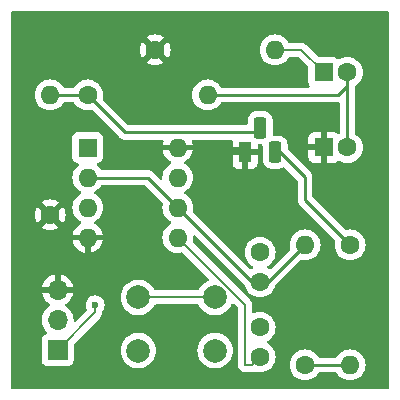
<source format=gbr>
%TF.GenerationSoftware,KiCad,Pcbnew,7.0.1-0*%
%TF.CreationDate,2023-04-05T17:24:46+02:00*%
%TF.ProjectId,_autosave-wind_down_timer,5f617574-6f73-4617-9665-2d77696e645f,rev?*%
%TF.SameCoordinates,Original*%
%TF.FileFunction,Copper,L1,Top*%
%TF.FilePolarity,Positive*%
%FSLAX46Y46*%
G04 Gerber Fmt 4.6, Leading zero omitted, Abs format (unit mm)*
G04 Created by KiCad (PCBNEW 7.0.1-0) date 2023-04-05 17:24:46*
%MOMM*%
%LPD*%
G01*
G04 APERTURE LIST*
G04 Aperture macros list*
%AMRoundRect*
0 Rectangle with rounded corners*
0 $1 Rounding radius*
0 $2 $3 $4 $5 $6 $7 $8 $9 X,Y pos of 4 corners*
0 Add a 4 corners polygon primitive as box body*
4,1,4,$2,$3,$4,$5,$6,$7,$8,$9,$2,$3,0*
0 Add four circle primitives for the rounded corners*
1,1,$1+$1,$2,$3*
1,1,$1+$1,$4,$5*
1,1,$1+$1,$6,$7*
1,1,$1+$1,$8,$9*
0 Add four rect primitives between the rounded corners*
20,1,$1+$1,$2,$3,$4,$5,0*
20,1,$1+$1,$4,$5,$6,$7,0*
20,1,$1+$1,$6,$7,$8,$9,0*
20,1,$1+$1,$8,$9,$2,$3,0*%
G04 Aperture macros list end*
%TA.AperFunction,ComponentPad*%
%ADD10C,1.600000*%
%TD*%
%TA.AperFunction,ComponentPad*%
%ADD11O,1.600000X1.600000*%
%TD*%
%TA.AperFunction,ComponentPad*%
%ADD12R,1.600000X1.600000*%
%TD*%
%TA.AperFunction,ComponentPad*%
%ADD13R,1.100000X1.800000*%
%TD*%
%TA.AperFunction,ComponentPad*%
%ADD14RoundRect,0.275000X-0.275000X-0.625000X0.275000X-0.625000X0.275000X0.625000X-0.275000X0.625000X0*%
%TD*%
%TA.AperFunction,ComponentPad*%
%ADD15C,2.000000*%
%TD*%
%TA.AperFunction,ComponentPad*%
%ADD16R,1.700000X1.700000*%
%TD*%
%TA.AperFunction,ComponentPad*%
%ADD17O,1.700000X1.700000*%
%TD*%
%TA.AperFunction,ViaPad*%
%ADD18C,0.600000*%
%TD*%
%TA.AperFunction,Conductor*%
%ADD19C,0.200000*%
%TD*%
%TA.AperFunction,Conductor*%
%ADD20C,0.250000*%
%TD*%
G04 APERTURE END LIST*
D10*
%TO.P,R5,1*%
%TO.N,VCC*%
X106680000Y-80010000D03*
D11*
%TO.P,R5,2*%
%TO.N,Net-(C4-Pad1)*%
X116840000Y-80010000D03*
%TD*%
D10*
%TO.P,R2,1*%
%TO.N,Net-(U1-DIS)*%
X119380000Y-106680000D03*
D11*
%TO.P,R2,2*%
%TO.N,Net-(U1-THR)*%
X119380000Y-96520000D03*
%TD*%
D12*
%TO.P,C4,1*%
%TO.N,Net-(C4-Pad1)*%
X120964888Y-81915000D03*
D10*
%TO.P,C4,2*%
%TO.N,Net-(C3-Pad2)*%
X122964888Y-81915000D03*
%TD*%
%TO.P,R3,1*%
%TO.N,VCC*%
X97790000Y-93980000D03*
D11*
%TO.P,R3,2*%
%TO.N,Net-(Q1-B)*%
X97790000Y-83820000D03*
%TD*%
D10*
%TO.P,C1,1*%
%TO.N,Net-(U1-CV)*%
X115570000Y-106005000D03*
%TO.P,C1,2*%
%TO.N,GND*%
X115570000Y-103505000D03*
%TD*%
D12*
%TO.P,C3,1*%
%TO.N,VCC*%
X120964888Y-88265000D03*
D10*
%TO.P,C3,2*%
%TO.N,Net-(C3-Pad2)*%
X122964888Y-88265000D03*
%TD*%
%TO.P,R4,1*%
%TO.N,Net-(Q1-B)*%
X100965000Y-83820000D03*
D11*
%TO.P,R4,2*%
%TO.N,Net-(C3-Pad2)*%
X111125000Y-83820000D03*
%TD*%
D10*
%TO.P,R1,1*%
%TO.N,Net-(Q1-C)*%
X123190000Y-96520000D03*
D11*
%TO.P,R1,2*%
%TO.N,Net-(U1-DIS)*%
X123190000Y-106680000D03*
%TD*%
D13*
%TO.P,Q1,1,E*%
%TO.N,VCC*%
X114300000Y-88665000D03*
D14*
%TO.P,Q1,2,B*%
%TO.N,Net-(Q1-B)*%
X115570000Y-86595000D03*
%TO.P,Q1,3,C*%
%TO.N,Net-(Q1-C)*%
X116840000Y-88665000D03*
%TD*%
D15*
%TO.P,SW1,1,1*%
%TO.N,Net-(C3-Pad2)*%
X105260000Y-100965000D03*
X111760000Y-100965000D03*
%TO.P,SW1,2,2*%
%TO.N,GND*%
X105260000Y-105465000D03*
X111760000Y-105465000D03*
%TD*%
D16*
%TO.P,J1,1,Pin_1*%
%TO.N,/Out*%
X98425000Y-105410000D03*
D17*
%TO.P,J1,2,Pin_2*%
%TO.N,GND*%
X98425000Y-102870000D03*
%TO.P,J1,3,Pin_3*%
%TO.N,VCC*%
X98425000Y-100330000D03*
%TD*%
D10*
%TO.P,C2,1*%
%TO.N,Net-(U1-THR)*%
X115570000Y-99655000D03*
%TO.P,C2,2*%
%TO.N,GND*%
X115570000Y-97155000D03*
%TD*%
D12*
%TO.P,U1,1,GND*%
%TO.N,GND*%
X100975000Y-88275000D03*
D11*
%TO.P,U1,2,TR*%
%TO.N,Net-(U1-THR)*%
X100975000Y-90815000D03*
%TO.P,U1,3,Q*%
%TO.N,/Out*%
X100975000Y-93355000D03*
%TO.P,U1,4,R*%
%TO.N,VCC*%
X100975000Y-95895000D03*
%TO.P,U1,5,CV*%
%TO.N,Net-(U1-CV)*%
X108595000Y-95895000D03*
%TO.P,U1,6,THR*%
%TO.N,Net-(U1-THR)*%
X108595000Y-93355000D03*
%TO.P,U1,7,DIS*%
%TO.N,Net-(U1-DIS)*%
X108595000Y-90815000D03*
%TO.P,U1,8,VCC*%
%TO.N,VCC*%
X108595000Y-88275000D03*
%TD*%
D18*
%TO.N,/Out*%
X101600000Y-101600000D03*
%TD*%
D19*
%TO.N,Net-(C3-Pad2)*%
X105260000Y-100965000D02*
X111760000Y-100965000D01*
%TO.N,Net-(U1-CV)*%
X114895000Y-106680000D02*
X114300000Y-106680000D01*
X115570000Y-106005000D02*
X114895000Y-106680000D01*
X114300000Y-101600000D02*
X108595000Y-95895000D01*
X114300000Y-106680000D02*
X114300000Y-101600000D01*
%TO.N,Net-(C4-Pad1)*%
X116840000Y-80010000D02*
X119059888Y-80010000D01*
X119059888Y-80010000D02*
X120964888Y-81915000D01*
%TO.N,/Out*%
X101600000Y-101600000D02*
X101600000Y-102235000D01*
X101600000Y-102235000D02*
X98425000Y-105410000D01*
D20*
%TO.N,Net-(Q1-C)*%
X119380000Y-92710000D02*
X119380000Y-90805000D01*
X119380000Y-90805000D02*
X116840000Y-88265000D01*
X123190000Y-96520000D02*
X119380000Y-92710000D01*
%TO.N,Net-(U1-DIS)*%
X119380000Y-106680000D02*
X123190000Y-106680000D01*
%TO.N,Net-(U1-THR)*%
X119380000Y-96520000D02*
X116245000Y-99655000D01*
X116245000Y-99655000D02*
X115570000Y-99655000D01*
X106055000Y-90815000D02*
X108595000Y-93355000D01*
X108595000Y-93355000D02*
X114895000Y-99655000D01*
X100975000Y-90815000D02*
X106055000Y-90815000D01*
X114895000Y-99655000D02*
X115570000Y-99655000D01*
%TO.N,VCC*%
X114290000Y-88275000D02*
X114300000Y-88265000D01*
X108595000Y-88275000D02*
X114290000Y-88275000D01*
%TO.N,Net-(Q1-B)*%
X100965000Y-83820000D02*
X104140000Y-86995000D01*
X97790000Y-83820000D02*
X100965000Y-83820000D01*
X104140000Y-86995000D02*
X115570000Y-86995000D01*
%TO.N,Net-(C3-Pad2)*%
X111125000Y-83820000D02*
X122191258Y-83820000D01*
X122191258Y-83820000D02*
X122964888Y-83046370D01*
X122964888Y-88265000D02*
X122964888Y-81915000D01*
X122964888Y-83046370D02*
X122964888Y-81915000D01*
%TD*%
%TA.AperFunction,Conductor*%
%TO.N,VCC*%
G36*
X126437500Y-76717113D02*
G01*
X126482887Y-76762500D01*
X126499500Y-76824500D01*
X126499500Y-108595500D01*
X126482887Y-108657500D01*
X126437500Y-108702887D01*
X126375500Y-108719500D01*
X94604500Y-108719500D01*
X94542500Y-108702887D01*
X94497113Y-108657500D01*
X94480500Y-108595500D01*
X94480500Y-102869999D01*
X97069340Y-102869999D01*
X97089936Y-103105407D01*
X97133967Y-103269731D01*
X97151097Y-103333663D01*
X97250965Y-103547830D01*
X97386505Y-103741401D01*
X97386508Y-103741404D01*
X97508430Y-103863326D01*
X97539726Y-103916072D01*
X97541915Y-103977365D01*
X97514462Y-104032209D01*
X97464083Y-104067189D01*
X97332669Y-104116204D01*
X97217454Y-104202454D01*
X97131204Y-104317668D01*
X97116436Y-104357262D01*
X97080909Y-104452517D01*
X97075262Y-104505046D01*
X97074500Y-104512130D01*
X97074500Y-106307869D01*
X97080909Y-106367483D01*
X97131204Y-106502331D01*
X97217454Y-106617546D01*
X97332669Y-106703796D01*
X97467517Y-106754091D01*
X97527127Y-106760500D01*
X99322872Y-106760499D01*
X99382483Y-106754091D01*
X99517331Y-106703796D01*
X99632546Y-106617546D01*
X99718796Y-106502331D01*
X99769091Y-106367483D01*
X99775500Y-106307873D01*
X99775499Y-105465000D01*
X103754356Y-105465000D01*
X103774891Y-105712816D01*
X103774891Y-105712819D01*
X103774892Y-105712821D01*
X103835937Y-105953881D01*
X103856879Y-106001623D01*
X103935825Y-106181604D01*
X103935827Y-106181607D01*
X104071836Y-106389785D01*
X104240256Y-106572738D01*
X104240259Y-106572740D01*
X104436485Y-106725470D01*
X104436487Y-106725471D01*
X104436491Y-106725474D01*
X104655190Y-106843828D01*
X104890386Y-106924571D01*
X105135665Y-106965500D01*
X105384335Y-106965500D01*
X105629614Y-106924571D01*
X105864810Y-106843828D01*
X106083509Y-106725474D01*
X106279744Y-106572738D01*
X106448164Y-106389785D01*
X106584173Y-106181607D01*
X106684063Y-105953881D01*
X106745108Y-105712821D01*
X106765643Y-105465000D01*
X110254356Y-105465000D01*
X110274891Y-105712816D01*
X110274891Y-105712819D01*
X110274892Y-105712821D01*
X110335937Y-105953881D01*
X110356879Y-106001623D01*
X110435825Y-106181604D01*
X110435827Y-106181607D01*
X110571836Y-106389785D01*
X110740256Y-106572738D01*
X110740259Y-106572740D01*
X110936485Y-106725470D01*
X110936487Y-106725471D01*
X110936491Y-106725474D01*
X111155190Y-106843828D01*
X111390386Y-106924571D01*
X111635665Y-106965500D01*
X111884335Y-106965500D01*
X112129614Y-106924571D01*
X112364810Y-106843828D01*
X112583509Y-106725474D01*
X112779744Y-106572738D01*
X112948164Y-106389785D01*
X113084173Y-106181607D01*
X113184063Y-105953881D01*
X113245108Y-105712821D01*
X113265643Y-105465000D01*
X113245108Y-105217179D01*
X113184063Y-104976119D01*
X113084173Y-104748393D01*
X112948164Y-104540215D01*
X112779744Y-104357262D01*
X112728874Y-104317668D01*
X112583514Y-104204529D01*
X112583510Y-104204526D01*
X112583509Y-104204526D01*
X112364810Y-104086172D01*
X112364806Y-104086170D01*
X112364805Y-104086170D01*
X112129615Y-104005429D01*
X111884335Y-103964500D01*
X111635665Y-103964500D01*
X111390384Y-104005429D01*
X111155194Y-104086170D01*
X110936485Y-104204529D01*
X110740259Y-104357259D01*
X110740256Y-104357261D01*
X110740256Y-104357262D01*
X110597693Y-104512127D01*
X110571837Y-104540214D01*
X110435825Y-104748395D01*
X110380541Y-104874432D01*
X110335937Y-104976119D01*
X110287888Y-105165859D01*
X110274891Y-105217183D01*
X110254356Y-105465000D01*
X106765643Y-105465000D01*
X106745108Y-105217179D01*
X106684063Y-104976119D01*
X106584173Y-104748393D01*
X106448164Y-104540215D01*
X106279744Y-104357262D01*
X106228874Y-104317668D01*
X106083514Y-104204529D01*
X106083510Y-104204526D01*
X106083509Y-104204526D01*
X105864810Y-104086172D01*
X105864806Y-104086170D01*
X105864805Y-104086170D01*
X105629615Y-104005429D01*
X105384335Y-103964500D01*
X105135665Y-103964500D01*
X104890384Y-104005429D01*
X104655194Y-104086170D01*
X104436485Y-104204529D01*
X104240259Y-104357259D01*
X104240256Y-104357261D01*
X104240256Y-104357262D01*
X104097693Y-104512127D01*
X104071837Y-104540214D01*
X103935825Y-104748395D01*
X103880541Y-104874432D01*
X103835937Y-104976119D01*
X103787888Y-105165859D01*
X103774891Y-105217183D01*
X103754356Y-105465000D01*
X99775499Y-105465000D01*
X99775499Y-104960095D01*
X99784938Y-104912643D01*
X99811815Y-104872418D01*
X101991043Y-102693190D01*
X102003223Y-102682509D01*
X102028282Y-102663282D01*
X102124536Y-102537841D01*
X102185044Y-102391762D01*
X102200500Y-102274361D01*
X102205682Y-102235000D01*
X102201560Y-102203697D01*
X102200500Y-102187513D01*
X102200500Y-102182941D01*
X102209939Y-102135488D01*
X102223687Y-102114911D01*
X102222383Y-102114092D01*
X102248689Y-102072226D01*
X102325789Y-101949522D01*
X102385368Y-101779255D01*
X102405565Y-101600000D01*
X102385368Y-101420745D01*
X102325789Y-101250478D01*
X102229816Y-101097738D01*
X102229815Y-101097737D01*
X102229814Y-101097735D01*
X102102264Y-100970185D01*
X102039867Y-100930979D01*
X101949522Y-100874211D01*
X101779255Y-100814632D01*
X101779253Y-100814631D01*
X101779251Y-100814631D01*
X101600000Y-100794434D01*
X101420748Y-100814631D01*
X101420745Y-100814631D01*
X101420745Y-100814632D01*
X101250478Y-100874211D01*
X101250476Y-100874211D01*
X101250476Y-100874212D01*
X101097735Y-100970185D01*
X100970185Y-101097735D01*
X100874212Y-101250476D01*
X100814631Y-101420748D01*
X100794434Y-101600000D01*
X100814631Y-101779251D01*
X100814631Y-101779253D01*
X100814632Y-101779255D01*
X100867616Y-101930677D01*
X100874212Y-101949525D01*
X100884125Y-101965301D01*
X100902350Y-102017389D01*
X100896171Y-102072226D01*
X100866811Y-102118952D01*
X99989432Y-102996331D01*
X99938005Y-103027232D01*
X99878090Y-103030372D01*
X99823714Y-103005015D01*
X99787608Y-102957099D01*
X99778223Y-102897841D01*
X99780659Y-102869998D01*
X99760063Y-102634592D01*
X99734139Y-102537841D01*
X99698903Y-102406337D01*
X99599035Y-102192171D01*
X99463495Y-101998599D01*
X99296401Y-101831505D01*
X99110402Y-101701267D01*
X99071539Y-101656951D01*
X99057528Y-101599694D01*
X99071539Y-101542437D01*
X99110405Y-101498119D01*
X99296078Y-101368109D01*
X99463106Y-101201081D01*
X99598600Y-101007576D01*
X99698430Y-100793492D01*
X99755636Y-100580000D01*
X97094364Y-100580000D01*
X97151569Y-100793492D01*
X97251399Y-101007576D01*
X97386893Y-101201081D01*
X97553918Y-101368106D01*
X97739595Y-101498119D01*
X97778460Y-101542437D01*
X97792471Y-101599694D01*
X97778460Y-101656951D01*
X97739595Y-101701269D01*
X97553595Y-101831508D01*
X97386505Y-101998598D01*
X97250965Y-102192170D01*
X97151097Y-102406336D01*
X97089936Y-102634592D01*
X97069340Y-102869999D01*
X94480500Y-102869999D01*
X94480500Y-100080000D01*
X97094364Y-100080000D01*
X98175000Y-100080000D01*
X98175000Y-98999364D01*
X98675000Y-98999364D01*
X98675000Y-100080000D01*
X99755636Y-100080000D01*
X99755635Y-100079999D01*
X99698430Y-99866507D01*
X99598599Y-99652421D01*
X99463109Y-99458921D01*
X99296081Y-99291893D01*
X99102576Y-99156399D01*
X98888492Y-99056569D01*
X98675000Y-98999364D01*
X98175000Y-98999364D01*
X98174999Y-98999364D01*
X97961507Y-99056569D01*
X97747421Y-99156400D01*
X97553921Y-99291890D01*
X97386890Y-99458921D01*
X97251400Y-99652421D01*
X97151569Y-99866507D01*
X97094364Y-100079999D01*
X97094364Y-100080000D01*
X94480500Y-100080000D01*
X94480500Y-96145000D01*
X99696128Y-96145000D01*
X99748733Y-96341326D01*
X99844865Y-96547480D01*
X99975341Y-96733819D01*
X100136180Y-96894658D01*
X100322519Y-97025134D01*
X100528673Y-97121266D01*
X100724999Y-97173871D01*
X100725000Y-97173872D01*
X100725000Y-96145000D01*
X101225000Y-96145000D01*
X101225000Y-97173871D01*
X101421326Y-97121266D01*
X101627480Y-97025134D01*
X101813819Y-96894658D01*
X101974658Y-96733819D01*
X102105134Y-96547480D01*
X102201266Y-96341326D01*
X102253872Y-96145000D01*
X101225000Y-96145000D01*
X100725000Y-96145000D01*
X99696128Y-96145000D01*
X94480500Y-96145000D01*
X94480500Y-95059026D01*
X97064526Y-95059026D01*
X97137515Y-95110133D01*
X97343673Y-95206266D01*
X97563397Y-95265141D01*
X97790000Y-95284966D01*
X98016602Y-95265141D01*
X98236326Y-95206266D01*
X98442480Y-95110134D01*
X98515472Y-95059025D01*
X97790001Y-94333553D01*
X97790000Y-94333553D01*
X97064526Y-95059025D01*
X97064526Y-95059026D01*
X94480500Y-95059026D01*
X94480500Y-93980000D01*
X96485033Y-93980000D01*
X96504858Y-94206602D01*
X96563733Y-94426326D01*
X96659866Y-94632484D01*
X96710972Y-94705471D01*
X96710974Y-94705472D01*
X97436446Y-93980001D01*
X98143553Y-93980001D01*
X98869025Y-94705472D01*
X98920134Y-94632480D01*
X99016266Y-94426326D01*
X99075141Y-94206602D01*
X99094966Y-93980000D01*
X99075141Y-93753397D01*
X99016266Y-93533673D01*
X98932949Y-93355000D01*
X99669531Y-93355000D01*
X99689364Y-93581689D01*
X99748261Y-93801497D01*
X99844432Y-94007735D01*
X99974953Y-94194140D01*
X100135859Y-94355046D01*
X100322264Y-94485567D01*
X100322265Y-94485567D01*
X100322266Y-94485568D01*
X100380865Y-94512893D01*
X100433040Y-94558650D01*
X100452460Y-94625274D01*
X100433041Y-94691899D01*
X100380866Y-94737656D01*
X100322522Y-94764863D01*
X100136180Y-94895341D01*
X99975341Y-95056180D01*
X99844865Y-95242519D01*
X99748733Y-95448673D01*
X99696128Y-95644999D01*
X99696128Y-95645000D01*
X102253872Y-95645000D01*
X102253871Y-95644999D01*
X102201266Y-95448673D01*
X102105134Y-95242519D01*
X101974658Y-95056180D01*
X101813819Y-94895341D01*
X101627482Y-94764866D01*
X101569133Y-94737657D01*
X101516958Y-94691899D01*
X101497539Y-94625274D01*
X101516959Y-94558649D01*
X101569134Y-94512893D01*
X101627734Y-94485568D01*
X101814139Y-94355047D01*
X101975047Y-94194139D01*
X102105568Y-94007734D01*
X102201739Y-93801496D01*
X102260635Y-93581692D01*
X102280468Y-93355000D01*
X102260635Y-93128308D01*
X102201739Y-92908504D01*
X102105568Y-92702266D01*
X102086499Y-92675033D01*
X101975046Y-92515859D01*
X101814140Y-92354953D01*
X101627733Y-92224431D01*
X101569725Y-92197382D01*
X101517549Y-92151625D01*
X101498129Y-92085000D01*
X101517549Y-92018375D01*
X101569725Y-91972618D01*
X101627734Y-91945568D01*
X101814139Y-91815047D01*
X101975047Y-91654139D01*
X102087612Y-91493377D01*
X102131931Y-91454511D01*
X102189188Y-91440500D01*
X105744548Y-91440500D01*
X105792001Y-91449939D01*
X105832229Y-91476819D01*
X107295586Y-92940177D01*
X107327680Y-92995764D01*
X107327680Y-93059950D01*
X107309364Y-93128307D01*
X107289531Y-93355000D01*
X107309364Y-93581689D01*
X107368261Y-93801497D01*
X107464432Y-94007735D01*
X107594953Y-94194140D01*
X107755859Y-94355046D01*
X107857659Y-94426326D01*
X107942266Y-94485568D01*
X108000275Y-94512618D01*
X108052450Y-94558375D01*
X108071869Y-94625000D01*
X108052450Y-94691625D01*
X108000275Y-94737382D01*
X107942263Y-94764433D01*
X107755859Y-94894953D01*
X107594953Y-95055859D01*
X107464432Y-95242264D01*
X107368261Y-95448502D01*
X107309364Y-95668310D01*
X107289531Y-95895000D01*
X107309364Y-96121689D01*
X107368261Y-96341497D01*
X107464432Y-96547735D01*
X107594953Y-96734140D01*
X107755859Y-96895046D01*
X107942264Y-97025567D01*
X107942265Y-97025567D01*
X107942266Y-97025568D01*
X108148504Y-97121739D01*
X108368308Y-97180635D01*
X108595000Y-97200468D01*
X108821692Y-97180635D01*
X108917933Y-97154847D01*
X108982118Y-97154847D01*
X109037706Y-97186941D01*
X111224469Y-99373704D01*
X111255992Y-99427233D01*
X111257597Y-99489333D01*
X111228882Y-99544419D01*
X111177054Y-99578665D01*
X111155195Y-99586169D01*
X110936485Y-99704529D01*
X110740259Y-99857259D01*
X110740256Y-99857261D01*
X110740256Y-99857262D01*
X110628789Y-99978348D01*
X110571837Y-100040214D01*
X110435825Y-100248395D01*
X110417440Y-100290310D01*
X110390349Y-100329381D01*
X110350546Y-100355385D01*
X110303884Y-100364500D01*
X106716116Y-100364500D01*
X106669454Y-100355385D01*
X106629651Y-100329381D01*
X106602560Y-100290310D01*
X106584174Y-100248395D01*
X106584173Y-100248393D01*
X106448164Y-100040215D01*
X106279744Y-99857262D01*
X106257612Y-99840036D01*
X106083514Y-99704529D01*
X106083510Y-99704526D01*
X106083509Y-99704526D01*
X105864810Y-99586172D01*
X105864806Y-99586170D01*
X105864805Y-99586170D01*
X105629615Y-99505429D01*
X105384335Y-99464500D01*
X105135665Y-99464500D01*
X104890384Y-99505429D01*
X104655194Y-99586170D01*
X104436485Y-99704529D01*
X104240259Y-99857259D01*
X104240256Y-99857261D01*
X104240256Y-99857262D01*
X104128789Y-99978348D01*
X104071837Y-100040214D01*
X103935825Y-100248395D01*
X103845780Y-100453678D01*
X103835937Y-100476119D01*
X103809631Y-100580000D01*
X103774891Y-100717183D01*
X103754356Y-100965000D01*
X103774891Y-101212816D01*
X103774891Y-101212819D01*
X103774892Y-101212821D01*
X103835937Y-101453881D01*
X103872075Y-101536268D01*
X103935825Y-101681604D01*
X103935827Y-101681607D01*
X104071836Y-101889785D01*
X104240256Y-102072738D01*
X104293388Y-102114092D01*
X104436485Y-102225470D01*
X104436487Y-102225471D01*
X104436491Y-102225474D01*
X104655190Y-102343828D01*
X104890386Y-102424571D01*
X105135665Y-102465500D01*
X105384335Y-102465500D01*
X105629614Y-102424571D01*
X105864810Y-102343828D01*
X106083509Y-102225474D01*
X106279744Y-102072738D01*
X106448164Y-101889785D01*
X106584173Y-101681607D01*
X106594988Y-101656951D01*
X106602560Y-101639690D01*
X106629651Y-101600619D01*
X106669454Y-101574615D01*
X106716116Y-101565500D01*
X110303884Y-101565500D01*
X110350546Y-101574615D01*
X110390349Y-101600619D01*
X110417440Y-101639690D01*
X110435825Y-101681604D01*
X110435827Y-101681607D01*
X110571836Y-101889785D01*
X110740256Y-102072738D01*
X110793388Y-102114092D01*
X110936485Y-102225470D01*
X110936487Y-102225471D01*
X110936491Y-102225474D01*
X111155190Y-102343828D01*
X111390386Y-102424571D01*
X111635665Y-102465500D01*
X111884335Y-102465500D01*
X112129614Y-102424571D01*
X112364810Y-102343828D01*
X112583509Y-102225474D01*
X112779744Y-102072738D01*
X112948164Y-101889785D01*
X113084173Y-101681607D01*
X113147925Y-101536265D01*
X113184310Y-101489016D01*
X113238546Y-101464216D01*
X113298088Y-101467604D01*
X113349161Y-101498396D01*
X113663181Y-101812416D01*
X113690061Y-101852644D01*
X113699500Y-101900097D01*
X113699500Y-106632513D01*
X113698439Y-106648699D01*
X113694317Y-106680000D01*
X113699500Y-106719360D01*
X113699500Y-106719361D01*
X113714956Y-106836762D01*
X113775463Y-106982840D01*
X113871717Y-107108282D01*
X113997159Y-107204536D01*
X114143238Y-107265044D01*
X114268698Y-107281561D01*
X114299999Y-107285682D01*
X114299999Y-107285681D01*
X114300000Y-107285682D01*
X114331302Y-107281560D01*
X114347487Y-107280500D01*
X114847513Y-107280500D01*
X114863697Y-107281560D01*
X114895000Y-107285682D01*
X115051762Y-107265044D01*
X115089874Y-107249256D01*
X115129217Y-107240083D01*
X115169420Y-107244041D01*
X115343308Y-107290635D01*
X115570000Y-107310468D01*
X115796692Y-107290635D01*
X116016496Y-107231739D01*
X116222734Y-107135568D01*
X116409139Y-107005047D01*
X116570047Y-106844139D01*
X116684978Y-106679999D01*
X118074531Y-106679999D01*
X118094364Y-106906689D01*
X118153261Y-107126497D01*
X118249432Y-107332735D01*
X118379953Y-107519140D01*
X118540859Y-107680046D01*
X118727264Y-107810567D01*
X118727265Y-107810567D01*
X118727266Y-107810568D01*
X118933504Y-107906739D01*
X119153308Y-107965635D01*
X119380000Y-107985468D01*
X119606692Y-107965635D01*
X119826496Y-107906739D01*
X120032734Y-107810568D01*
X120219139Y-107680047D01*
X120380047Y-107519139D01*
X120492612Y-107358377D01*
X120536931Y-107319511D01*
X120594188Y-107305500D01*
X121975812Y-107305500D01*
X122033069Y-107319511D01*
X122077387Y-107358377D01*
X122189953Y-107519140D01*
X122350859Y-107680046D01*
X122537264Y-107810567D01*
X122537265Y-107810567D01*
X122537266Y-107810568D01*
X122743504Y-107906739D01*
X122963308Y-107965635D01*
X123190000Y-107985468D01*
X123416692Y-107965635D01*
X123636496Y-107906739D01*
X123842734Y-107810568D01*
X124029139Y-107680047D01*
X124190047Y-107519139D01*
X124320568Y-107332734D01*
X124416739Y-107126496D01*
X124475635Y-106906692D01*
X124495468Y-106680000D01*
X124475635Y-106453308D01*
X124416739Y-106233504D01*
X124320568Y-106027266D01*
X124304977Y-106005000D01*
X124190046Y-105840859D01*
X124029140Y-105679953D01*
X123842735Y-105549432D01*
X123636497Y-105453261D01*
X123416689Y-105394364D01*
X123190000Y-105374531D01*
X122963310Y-105394364D01*
X122743502Y-105453261D01*
X122537264Y-105549432D01*
X122350859Y-105679953D01*
X122189953Y-105840859D01*
X122077387Y-106001623D01*
X122033069Y-106040489D01*
X121975812Y-106054500D01*
X120594188Y-106054500D01*
X120536931Y-106040489D01*
X120492613Y-106001623D01*
X120380046Y-105840859D01*
X120219140Y-105679953D01*
X120032735Y-105549432D01*
X119826497Y-105453261D01*
X119606689Y-105394364D01*
X119380000Y-105374531D01*
X119153310Y-105394364D01*
X118933502Y-105453261D01*
X118727264Y-105549432D01*
X118540859Y-105679953D01*
X118379953Y-105840859D01*
X118249432Y-106027264D01*
X118153261Y-106233502D01*
X118094364Y-106453310D01*
X118074531Y-106679999D01*
X116684978Y-106679999D01*
X116700568Y-106657734D01*
X116796739Y-106451496D01*
X116855635Y-106231692D01*
X116875468Y-106005000D01*
X116855635Y-105778308D01*
X116796739Y-105558504D01*
X116700568Y-105352266D01*
X116570047Y-105165861D01*
X116570046Y-105165859D01*
X116409140Y-105004953D01*
X116222738Y-104874434D01*
X116222734Y-104874432D01*
X116207612Y-104867380D01*
X116155439Y-104821626D01*
X116136019Y-104755000D01*
X116155439Y-104688374D01*
X116207612Y-104642619D01*
X116222734Y-104635568D01*
X116409139Y-104505047D01*
X116570047Y-104344139D01*
X116700568Y-104157734D01*
X116796739Y-103951496D01*
X116855635Y-103731692D01*
X116875468Y-103505000D01*
X116855635Y-103278308D01*
X116796739Y-103058504D01*
X116700568Y-102852266D01*
X116589188Y-102693198D01*
X116570046Y-102665859D01*
X116409140Y-102504953D01*
X116222735Y-102374432D01*
X116016497Y-102278261D01*
X115796689Y-102219364D01*
X115570000Y-102199531D01*
X115343310Y-102219364D01*
X115123499Y-102278262D01*
X115076904Y-102299990D01*
X115016390Y-102311342D01*
X114957875Y-102292188D01*
X114915786Y-102247251D01*
X114900500Y-102187608D01*
X114900500Y-101647487D01*
X114901561Y-101631301D01*
X114905682Y-101600000D01*
X114885044Y-101443238D01*
X114824536Y-101297159D01*
X114823245Y-101295477D01*
X114728282Y-101171717D01*
X114703229Y-101152494D01*
X114691034Y-101141799D01*
X109886941Y-96337706D01*
X109854847Y-96282118D01*
X109854847Y-96217933D01*
X109880635Y-96121692D01*
X109900468Y-95895000D01*
X109896610Y-95850897D01*
X109905995Y-95791639D01*
X109942102Y-95743724D01*
X109996478Y-95718368D01*
X110056392Y-95721508D01*
X110107818Y-95752408D01*
X112349548Y-97994139D01*
X114278169Y-99922760D01*
X114310263Y-99978347D01*
X114343261Y-100101497D01*
X114439432Y-100307735D01*
X114569953Y-100494140D01*
X114730859Y-100655046D01*
X114917264Y-100785567D01*
X114917265Y-100785567D01*
X114917266Y-100785568D01*
X115123504Y-100881739D01*
X115343308Y-100940635D01*
X115570000Y-100960468D01*
X115796692Y-100940635D01*
X116016496Y-100881739D01*
X116222734Y-100785568D01*
X116409139Y-100655047D01*
X116570047Y-100494139D01*
X116700568Y-100307734D01*
X116796739Y-100101496D01*
X116829736Y-99978345D01*
X116861827Y-99922761D01*
X118965178Y-97819410D01*
X119020764Y-97787318D01*
X119084947Y-97787318D01*
X119153308Y-97805635D01*
X119380000Y-97825468D01*
X119606692Y-97805635D01*
X119826496Y-97746739D01*
X120032734Y-97650568D01*
X120219139Y-97520047D01*
X120380047Y-97359139D01*
X120510568Y-97172734D01*
X120606739Y-96966496D01*
X120665635Y-96746692D01*
X120685468Y-96520000D01*
X120665635Y-96293308D01*
X120606739Y-96073504D01*
X120510568Y-95867266D01*
X120499106Y-95850897D01*
X120380046Y-95680859D01*
X120219140Y-95519953D01*
X120032735Y-95389432D01*
X119826497Y-95293261D01*
X119606689Y-95234364D01*
X119380000Y-95214531D01*
X119153310Y-95234364D01*
X118933502Y-95293261D01*
X118727264Y-95389432D01*
X118540859Y-95519953D01*
X118379953Y-95680859D01*
X118249432Y-95867264D01*
X118153261Y-96073502D01*
X118094364Y-96293310D01*
X118074531Y-96519999D01*
X118094364Y-96746690D01*
X118112680Y-96815047D01*
X118112680Y-96879234D01*
X118080586Y-96934821D01*
X116454077Y-98561330D01*
X116405400Y-98591355D01*
X116348425Y-98596340D01*
X116295273Y-98575224D01*
X116222737Y-98524434D01*
X116222736Y-98524433D01*
X116222734Y-98524432D01*
X116207612Y-98517380D01*
X116155439Y-98471626D01*
X116136019Y-98405000D01*
X116155439Y-98338374D01*
X116207612Y-98292619D01*
X116222734Y-98285568D01*
X116409139Y-98155047D01*
X116570047Y-97994139D01*
X116700568Y-97807734D01*
X116796739Y-97601496D01*
X116855635Y-97381692D01*
X116875468Y-97155000D01*
X116855635Y-96928308D01*
X116796739Y-96708504D01*
X116700568Y-96502266D01*
X116587997Y-96341497D01*
X116570046Y-96315859D01*
X116409140Y-96154953D01*
X116222735Y-96024432D01*
X116016497Y-95928261D01*
X115796689Y-95869364D01*
X115570000Y-95849531D01*
X115343310Y-95869364D01*
X115123502Y-95928261D01*
X114917264Y-96024432D01*
X114730859Y-96154953D01*
X114569953Y-96315859D01*
X114439432Y-96502264D01*
X114343261Y-96708502D01*
X114284364Y-96928310D01*
X114264531Y-97155000D01*
X114284364Y-97381689D01*
X114343261Y-97601497D01*
X114439432Y-97807735D01*
X114569953Y-97994140D01*
X114730859Y-98155046D01*
X114917262Y-98285565D01*
X114917266Y-98285568D01*
X114932383Y-98292617D01*
X114984558Y-98338372D01*
X115003979Y-98404996D01*
X114984562Y-98471621D01*
X114932388Y-98517379D01*
X114917269Y-98524429D01*
X114844724Y-98575225D01*
X114791573Y-98596340D01*
X114734598Y-98591355D01*
X114685921Y-98561330D01*
X109894413Y-93769822D01*
X109862319Y-93714234D01*
X109862319Y-93650047D01*
X109868643Y-93626446D01*
X109880635Y-93581692D01*
X109900468Y-93355000D01*
X109880635Y-93128308D01*
X109821739Y-92908504D01*
X109725568Y-92702266D01*
X109706499Y-92675033D01*
X109595046Y-92515859D01*
X109434140Y-92354953D01*
X109247733Y-92224431D01*
X109189725Y-92197382D01*
X109137549Y-92151625D01*
X109118129Y-92085000D01*
X109137549Y-92018375D01*
X109189725Y-91972618D01*
X109247734Y-91945568D01*
X109434139Y-91815047D01*
X109595047Y-91654139D01*
X109725568Y-91467734D01*
X109821739Y-91261496D01*
X109880635Y-91041692D01*
X109900468Y-90815000D01*
X109880635Y-90588308D01*
X109821739Y-90368504D01*
X109725568Y-90162266D01*
X109657812Y-90065500D01*
X109595046Y-89975859D01*
X109434140Y-89814953D01*
X109247736Y-89684433D01*
X109221878Y-89672375D01*
X109189132Y-89657105D01*
X109136958Y-89611348D01*
X109117539Y-89544723D01*
X109136959Y-89478098D01*
X109189135Y-89432342D01*
X109247479Y-89405135D01*
X109433819Y-89274658D01*
X109594658Y-89113819D01*
X109725134Y-88927480D01*
X109730954Y-88915000D01*
X113250000Y-88915000D01*
X113250000Y-89612824D01*
X113256402Y-89672375D01*
X113306647Y-89807089D01*
X113392811Y-89922188D01*
X113507910Y-90008352D01*
X113642624Y-90058597D01*
X113702176Y-90065000D01*
X114050000Y-90065000D01*
X114050000Y-88915000D01*
X114550000Y-88915000D01*
X114550000Y-90065000D01*
X114897824Y-90065000D01*
X114957375Y-90058597D01*
X115092089Y-90008352D01*
X115207188Y-89922188D01*
X115293352Y-89807089D01*
X115343597Y-89672375D01*
X115350000Y-89612824D01*
X115350000Y-88915000D01*
X114550000Y-88915000D01*
X114050000Y-88915000D01*
X113250000Y-88915000D01*
X109730954Y-88915000D01*
X109821266Y-88721326D01*
X109873872Y-88525000D01*
X107316128Y-88525000D01*
X107368733Y-88721326D01*
X107464865Y-88927480D01*
X107595341Y-89113819D01*
X107756180Y-89274658D01*
X107942519Y-89405134D01*
X108000865Y-89432342D01*
X108053040Y-89478099D01*
X108072460Y-89544723D01*
X108053041Y-89611348D01*
X108000866Y-89657105D01*
X107942267Y-89684430D01*
X107755859Y-89814953D01*
X107594953Y-89975859D01*
X107464432Y-90162264D01*
X107368261Y-90368502D01*
X107309364Y-90588310D01*
X107289531Y-90815000D01*
X107293389Y-90859103D01*
X107284003Y-90918360D01*
X107247896Y-90966275D01*
X107193521Y-90991630D01*
X107133607Y-90988490D01*
X107082180Y-90957589D01*
X106555802Y-90431211D01*
X106542906Y-90415113D01*
X106491775Y-90367098D01*
X106488978Y-90364387D01*
X106469470Y-90344879D01*
X106466290Y-90342412D01*
X106457424Y-90334839D01*
X106425582Y-90304938D01*
X106408024Y-90295285D01*
X106391764Y-90284604D01*
X106375936Y-90272327D01*
X106335851Y-90254980D01*
X106325361Y-90249841D01*
X106287091Y-90228802D01*
X106267691Y-90223821D01*
X106249284Y-90217519D01*
X106230897Y-90209562D01*
X106187758Y-90202729D01*
X106176324Y-90200361D01*
X106134019Y-90189500D01*
X106113984Y-90189500D01*
X106094586Y-90187973D01*
X106087162Y-90186797D01*
X106074805Y-90184840D01*
X106074804Y-90184840D01*
X106041751Y-90187964D01*
X106031325Y-90188950D01*
X106019656Y-90189500D01*
X102189188Y-90189500D01*
X102131931Y-90175489D01*
X102087613Y-90136623D01*
X101975046Y-89975859D01*
X101814140Y-89814953D01*
X101789537Y-89797726D01*
X101750399Y-89752884D01*
X101736666Y-89694970D01*
X101751500Y-89637328D01*
X101791485Y-89593239D01*
X101847406Y-89572861D01*
X101882483Y-89569091D01*
X102017331Y-89518796D01*
X102132546Y-89432546D01*
X102218796Y-89317331D01*
X102269091Y-89182483D01*
X102275500Y-89122873D01*
X102275499Y-87427128D01*
X102269091Y-87367517D01*
X102218796Y-87232669D01*
X102132546Y-87117454D01*
X102017331Y-87031204D01*
X101882483Y-86980909D01*
X101822873Y-86974500D01*
X101822869Y-86974500D01*
X100127130Y-86974500D01*
X100067515Y-86980909D01*
X99932669Y-87031204D01*
X99817454Y-87117454D01*
X99731204Y-87232668D01*
X99680909Y-87367515D01*
X99680909Y-87367517D01*
X99674637Y-87425859D01*
X99674500Y-87427130D01*
X99674500Y-89122869D01*
X99679822Y-89172375D01*
X99680909Y-89182483D01*
X99731204Y-89317331D01*
X99817454Y-89432546D01*
X99932669Y-89518796D01*
X100067517Y-89569091D01*
X100102594Y-89572862D01*
X100158513Y-89593239D01*
X100198497Y-89637327D01*
X100213332Y-89694968D01*
X100199600Y-89752881D01*
X100160464Y-89797724D01*
X100135860Y-89814952D01*
X99974953Y-89975859D01*
X99844432Y-90162264D01*
X99748261Y-90368502D01*
X99689364Y-90588310D01*
X99669531Y-90815000D01*
X99689364Y-91041689D01*
X99748261Y-91261497D01*
X99844432Y-91467735D01*
X99974953Y-91654140D01*
X100135859Y-91815046D01*
X100322263Y-91945566D01*
X100322266Y-91945568D01*
X100380275Y-91972618D01*
X100432450Y-92018375D01*
X100451869Y-92085000D01*
X100432450Y-92151625D01*
X100380275Y-92197382D01*
X100322263Y-92224433D01*
X100135859Y-92354953D01*
X99974953Y-92515859D01*
X99844432Y-92702264D01*
X99748261Y-92908502D01*
X99689364Y-93128310D01*
X99669531Y-93355000D01*
X98932949Y-93355000D01*
X98920133Y-93327515D01*
X98869025Y-93254526D01*
X98143553Y-93980000D01*
X98143553Y-93980001D01*
X97436446Y-93980001D01*
X97436446Y-93980000D01*
X96710973Y-93254526D01*
X96710973Y-93254527D01*
X96659865Y-93327516D01*
X96563733Y-93533672D01*
X96504858Y-93753397D01*
X96485033Y-93980000D01*
X94480500Y-93980000D01*
X94480500Y-92900973D01*
X97064526Y-92900973D01*
X97789998Y-93626446D01*
X97789999Y-93626446D01*
X98515472Y-92900973D01*
X98515471Y-92900972D01*
X98442484Y-92849866D01*
X98236326Y-92753733D01*
X98016602Y-92694858D01*
X97789999Y-92675033D01*
X97563397Y-92694858D01*
X97343672Y-92753733D01*
X97137516Y-92849865D01*
X97064526Y-92900973D01*
X94480500Y-92900973D01*
X94480500Y-83820000D01*
X96484531Y-83820000D01*
X96504364Y-84046689D01*
X96563261Y-84266497D01*
X96659432Y-84472735D01*
X96789953Y-84659140D01*
X96950859Y-84820046D01*
X97137264Y-84950567D01*
X97137265Y-84950567D01*
X97137266Y-84950568D01*
X97343504Y-85046739D01*
X97563308Y-85105635D01*
X97714435Y-85118856D01*
X97789999Y-85125468D01*
X97789999Y-85125467D01*
X97790000Y-85125468D01*
X98016692Y-85105635D01*
X98236496Y-85046739D01*
X98442734Y-84950568D01*
X98629139Y-84820047D01*
X98790047Y-84659139D01*
X98902612Y-84498377D01*
X98946931Y-84459511D01*
X99004188Y-84445500D01*
X99750812Y-84445500D01*
X99808069Y-84459511D01*
X99852387Y-84498377D01*
X99964953Y-84659140D01*
X100125859Y-84820046D01*
X100312264Y-84950567D01*
X100312265Y-84950567D01*
X100312266Y-84950568D01*
X100518504Y-85046739D01*
X100738308Y-85105635D01*
X100889435Y-85118856D01*
X100964999Y-85125468D01*
X100964999Y-85125467D01*
X100965000Y-85125468D01*
X101191692Y-85105635D01*
X101260048Y-85087319D01*
X101324234Y-85087319D01*
X101379822Y-85119413D01*
X103639196Y-87378787D01*
X103652096Y-87394888D01*
X103654213Y-87396876D01*
X103654214Y-87396877D01*
X103703223Y-87442900D01*
X103706020Y-87445611D01*
X103725529Y-87465120D01*
X103728711Y-87467588D01*
X103737571Y-87475155D01*
X103769418Y-87505062D01*
X103786972Y-87514712D01*
X103803236Y-87525396D01*
X103814972Y-87534499D01*
X103819064Y-87537673D01*
X103843909Y-87548424D01*
X103859152Y-87555021D01*
X103869631Y-87560154D01*
X103907908Y-87581197D01*
X103927306Y-87586177D01*
X103945708Y-87592477D01*
X103964104Y-87600438D01*
X104007261Y-87607273D01*
X104018664Y-87609634D01*
X104060981Y-87620500D01*
X104081016Y-87620500D01*
X104100413Y-87622026D01*
X104120196Y-87625160D01*
X104163674Y-87621050D01*
X104175344Y-87620500D01*
X107271166Y-87620500D01*
X107330809Y-87635786D01*
X107375747Y-87677875D01*
X107394901Y-87736390D01*
X107383548Y-87796905D01*
X107368733Y-87828674D01*
X107316128Y-88024999D01*
X107316128Y-88025000D01*
X109873872Y-88025000D01*
X109873871Y-88024999D01*
X109821266Y-87828674D01*
X109806452Y-87796905D01*
X109795099Y-87736390D01*
X109814253Y-87677875D01*
X109859191Y-87635786D01*
X109918834Y-87620500D01*
X113126000Y-87620500D01*
X113188000Y-87637113D01*
X113233387Y-87682500D01*
X113250000Y-87744500D01*
X113250000Y-88415000D01*
X115350000Y-88415000D01*
X115350000Y-88119500D01*
X115366613Y-88057500D01*
X115412000Y-88012113D01*
X115474000Y-87995500D01*
X115665500Y-87995500D01*
X115727500Y-88012113D01*
X115772887Y-88057500D01*
X115789500Y-88119500D01*
X115789500Y-89333556D01*
X115804158Y-89463656D01*
X115861877Y-89628606D01*
X115954852Y-89776576D01*
X116078423Y-89900147D01*
X116226393Y-89993122D01*
X116391343Y-90050841D01*
X116521444Y-90065500D01*
X116521448Y-90065500D01*
X117158552Y-90065500D01*
X117158556Y-90065500D01*
X117262635Y-90053772D01*
X117288657Y-90050841D01*
X117453606Y-89993122D01*
X117511079Y-89957009D01*
X117563166Y-89938783D01*
X117618004Y-89944961D01*
X117664731Y-89974322D01*
X118718181Y-91027772D01*
X118745061Y-91068000D01*
X118754500Y-91115453D01*
X118754500Y-92627256D01*
X118752235Y-92647762D01*
X118754439Y-92717873D01*
X118754500Y-92721768D01*
X118754500Y-92749349D01*
X118755003Y-92753334D01*
X118755918Y-92764967D01*
X118757290Y-92808626D01*
X118762879Y-92827860D01*
X118766825Y-92846916D01*
X118769335Y-92866792D01*
X118785414Y-92907404D01*
X118789197Y-92918451D01*
X118801382Y-92960391D01*
X118811580Y-92977635D01*
X118820136Y-92995100D01*
X118827514Y-93013732D01*
X118827515Y-93013733D01*
X118853180Y-93049059D01*
X118859593Y-93058822D01*
X118881826Y-93096416D01*
X118881829Y-93096419D01*
X118881830Y-93096420D01*
X118895995Y-93110585D01*
X118908627Y-93125375D01*
X118920406Y-93141587D01*
X118954058Y-93169426D01*
X118962699Y-93177289D01*
X121890586Y-96105176D01*
X121922680Y-96160763D01*
X121922680Y-96224949D01*
X121904364Y-96293307D01*
X121884531Y-96520000D01*
X121904364Y-96746689D01*
X121963261Y-96966497D01*
X122059432Y-97172735D01*
X122189953Y-97359140D01*
X122350859Y-97520046D01*
X122537264Y-97650567D01*
X122537265Y-97650567D01*
X122537266Y-97650568D01*
X122743504Y-97746739D01*
X122963308Y-97805635D01*
X123190000Y-97825468D01*
X123416692Y-97805635D01*
X123636496Y-97746739D01*
X123842734Y-97650568D01*
X124029139Y-97520047D01*
X124190047Y-97359139D01*
X124320568Y-97172734D01*
X124416739Y-96966496D01*
X124475635Y-96746692D01*
X124495468Y-96520000D01*
X124475635Y-96293308D01*
X124416739Y-96073504D01*
X124320568Y-95867266D01*
X124309106Y-95850897D01*
X124190046Y-95680859D01*
X124029140Y-95519953D01*
X123842735Y-95389432D01*
X123636497Y-95293261D01*
X123416689Y-95234364D01*
X123190000Y-95214531D01*
X122963307Y-95234364D01*
X122894950Y-95252680D01*
X122830764Y-95252680D01*
X122775177Y-95220586D01*
X120041819Y-92487228D01*
X120014939Y-92447000D01*
X120005500Y-92399547D01*
X120005500Y-90887740D01*
X120007763Y-90867236D01*
X120007507Y-90859103D01*
X120005561Y-90797144D01*
X120005500Y-90793250D01*
X120005500Y-90765657D01*
X120005500Y-90765650D01*
X120004995Y-90761653D01*
X120004080Y-90750023D01*
X120002709Y-90706372D01*
X119997119Y-90687134D01*
X119993174Y-90668082D01*
X119990664Y-90648208D01*
X119974578Y-90607581D01*
X119970805Y-90596560D01*
X119958617Y-90554610D01*
X119948421Y-90537369D01*
X119939863Y-90519902D01*
X119932486Y-90501268D01*
X119906798Y-90465912D01*
X119900409Y-90456184D01*
X119878170Y-90418579D01*
X119864006Y-90404415D01*
X119851369Y-90389620D01*
X119839595Y-90373414D01*
X119833660Y-90368504D01*
X119805935Y-90345568D01*
X119797305Y-90337714D01*
X117974591Y-88515000D01*
X119664888Y-88515000D01*
X119664888Y-89112824D01*
X119671290Y-89172375D01*
X119721535Y-89307089D01*
X119807699Y-89422188D01*
X119922798Y-89508352D01*
X120057512Y-89558597D01*
X120117064Y-89565000D01*
X120714888Y-89565000D01*
X120714888Y-88515000D01*
X119664888Y-88515000D01*
X117974591Y-88515000D01*
X117926819Y-88467228D01*
X117899939Y-88427000D01*
X117890500Y-88379547D01*
X117890500Y-88015000D01*
X119664888Y-88015000D01*
X120714888Y-88015000D01*
X120714888Y-86965000D01*
X120117064Y-86965000D01*
X120057512Y-86971402D01*
X119922798Y-87021647D01*
X119807699Y-87107811D01*
X119721535Y-87222910D01*
X119671290Y-87357624D01*
X119664888Y-87417176D01*
X119664888Y-88015000D01*
X117890500Y-88015000D01*
X117890500Y-87996444D01*
X117875841Y-87866343D01*
X117818122Y-87701393D01*
X117725147Y-87553423D01*
X117601576Y-87429852D01*
X117453606Y-87336877D01*
X117288656Y-87279158D01*
X117158556Y-87264500D01*
X117158552Y-87264500D01*
X116744500Y-87264500D01*
X116682500Y-87247887D01*
X116637113Y-87202500D01*
X116620500Y-87140500D01*
X116620500Y-85926444D01*
X116605841Y-85796343D01*
X116548122Y-85631393D01*
X116455147Y-85483423D01*
X116331576Y-85359852D01*
X116183606Y-85266877D01*
X116018656Y-85209158D01*
X115888556Y-85194500D01*
X115888552Y-85194500D01*
X115251448Y-85194500D01*
X115251444Y-85194500D01*
X115121343Y-85209158D01*
X114956393Y-85266877D01*
X114808423Y-85359852D01*
X114684852Y-85483423D01*
X114591877Y-85631393D01*
X114534158Y-85796343D01*
X114519500Y-85926444D01*
X114519500Y-86245500D01*
X114502887Y-86307500D01*
X114457500Y-86352887D01*
X114395500Y-86369500D01*
X104450452Y-86369500D01*
X104402999Y-86360061D01*
X104362771Y-86333181D01*
X102264413Y-84234822D01*
X102232319Y-84179234D01*
X102232319Y-84115047D01*
X102250635Y-84046692D01*
X102270468Y-83820000D01*
X109819531Y-83820000D01*
X109839364Y-84046689D01*
X109898261Y-84266497D01*
X109994432Y-84472735D01*
X110124953Y-84659140D01*
X110285859Y-84820046D01*
X110472264Y-84950567D01*
X110472265Y-84950567D01*
X110472266Y-84950568D01*
X110678504Y-85046739D01*
X110898308Y-85105635D01*
X111049435Y-85118856D01*
X111124999Y-85125468D01*
X111124999Y-85125467D01*
X111125000Y-85125468D01*
X111351692Y-85105635D01*
X111571496Y-85046739D01*
X111777734Y-84950568D01*
X111964139Y-84820047D01*
X112125047Y-84659139D01*
X112237612Y-84498377D01*
X112281931Y-84459511D01*
X112339188Y-84445500D01*
X122108514Y-84445500D01*
X122129020Y-84447764D01*
X122131923Y-84447672D01*
X122131925Y-84447673D01*
X122199130Y-84445561D01*
X122203026Y-84445500D01*
X122215388Y-84445500D01*
X122277388Y-84462113D01*
X122322775Y-84507500D01*
X122339388Y-84569500D01*
X122339388Y-87025544D01*
X122324220Y-87084971D01*
X122282427Y-87129860D01*
X122224233Y-87149228D01*
X122163876Y-87138338D01*
X122137441Y-87117035D01*
X122136349Y-87118495D01*
X122006977Y-87021647D01*
X121872263Y-86971402D01*
X121812712Y-86965000D01*
X121214888Y-86965000D01*
X121214888Y-89565000D01*
X121812712Y-89565000D01*
X121872263Y-89558597D01*
X122006977Y-89508352D01*
X122122075Y-89422189D01*
X122128529Y-89413569D01*
X122177780Y-89374412D01*
X122239910Y-89364470D01*
X122298919Y-89386300D01*
X122312154Y-89395568D01*
X122518392Y-89491739D01*
X122738196Y-89550635D01*
X122964888Y-89570468D01*
X123191580Y-89550635D01*
X123411384Y-89491739D01*
X123617622Y-89395568D01*
X123804027Y-89265047D01*
X123964935Y-89104139D01*
X124095456Y-88917734D01*
X124191627Y-88711496D01*
X124250523Y-88491692D01*
X124270356Y-88265000D01*
X124250523Y-88038308D01*
X124191627Y-87818504D01*
X124095456Y-87612266D01*
X124092598Y-87608185D01*
X123964934Y-87425859D01*
X123804028Y-87264953D01*
X123643265Y-87152387D01*
X123604399Y-87108069D01*
X123590388Y-87050812D01*
X123590388Y-83129188D01*
X123604399Y-83071931D01*
X123643265Y-83027613D01*
X123804028Y-82915046D01*
X123964934Y-82754140D01*
X124095455Y-82567735D01*
X124095456Y-82567734D01*
X124191627Y-82361496D01*
X124250523Y-82141692D01*
X124270356Y-81915000D01*
X124250523Y-81688308D01*
X124191627Y-81468504D01*
X124095456Y-81262266D01*
X124077581Y-81236738D01*
X123964934Y-81075859D01*
X123804028Y-80914953D01*
X123617623Y-80784432D01*
X123411385Y-80688261D01*
X123191577Y-80629364D01*
X122964887Y-80609531D01*
X122738198Y-80629364D01*
X122518390Y-80688261D01*
X122312154Y-80784432D01*
X122299329Y-80793412D01*
X122240320Y-80815242D01*
X122178192Y-80805301D01*
X122128942Y-80766146D01*
X122122436Y-80757456D01*
X122122434Y-80757455D01*
X122122434Y-80757454D01*
X122007219Y-80671204D01*
X121872371Y-80620909D01*
X121812761Y-80614500D01*
X121812757Y-80614500D01*
X120564985Y-80614500D01*
X120517532Y-80605061D01*
X120477304Y-80578181D01*
X119518087Y-79618964D01*
X119507391Y-79606768D01*
X119488169Y-79581716D01*
X119362728Y-79485463D01*
X119216650Y-79424956D01*
X119099249Y-79409500D01*
X119094668Y-79408897D01*
X119059888Y-79404317D01*
X119032051Y-79407982D01*
X119028585Y-79408439D01*
X119012401Y-79409500D01*
X118071693Y-79409500D01*
X118014436Y-79395489D01*
X117970118Y-79356623D01*
X117840046Y-79170859D01*
X117679140Y-79009953D01*
X117492735Y-78879432D01*
X117286497Y-78783261D01*
X117066689Y-78724364D01*
X116839999Y-78704531D01*
X116613310Y-78724364D01*
X116393502Y-78783261D01*
X116187264Y-78879432D01*
X116000859Y-79009953D01*
X115839953Y-79170859D01*
X115709432Y-79357264D01*
X115613261Y-79563502D01*
X115554364Y-79783310D01*
X115534531Y-80010000D01*
X115554364Y-80236689D01*
X115613261Y-80456497D01*
X115709432Y-80662735D01*
X115839953Y-80849140D01*
X116000859Y-81010046D01*
X116187264Y-81140567D01*
X116187265Y-81140567D01*
X116187266Y-81140568D01*
X116393504Y-81236739D01*
X116613308Y-81295635D01*
X116764436Y-81308857D01*
X116839999Y-81315468D01*
X116839999Y-81315467D01*
X116840000Y-81315468D01*
X117066692Y-81295635D01*
X117286496Y-81236739D01*
X117492734Y-81140568D01*
X117679139Y-81010047D01*
X117840047Y-80849139D01*
X117952694Y-80688261D01*
X117970118Y-80663377D01*
X118014436Y-80624511D01*
X118071693Y-80610500D01*
X118759791Y-80610500D01*
X118807244Y-80619939D01*
X118847472Y-80646819D01*
X119628069Y-81427416D01*
X119654949Y-81467644D01*
X119664388Y-81515097D01*
X119664388Y-82762869D01*
X119670797Y-82822484D01*
X119705321Y-82915047D01*
X119721092Y-82957331D01*
X119750182Y-82996191D01*
X119774421Y-83059447D01*
X119761799Y-83126004D01*
X119716082Y-83175995D01*
X119650915Y-83194500D01*
X112339188Y-83194500D01*
X112281931Y-83180489D01*
X112237613Y-83141623D01*
X112125046Y-82980859D01*
X111964140Y-82819953D01*
X111777735Y-82689432D01*
X111571497Y-82593261D01*
X111351689Y-82534364D01*
X111124999Y-82514531D01*
X110898310Y-82534364D01*
X110678502Y-82593261D01*
X110472264Y-82689432D01*
X110285859Y-82819953D01*
X110124953Y-82980859D01*
X109994432Y-83167264D01*
X109898261Y-83373502D01*
X109839364Y-83593310D01*
X109819531Y-83820000D01*
X102270468Y-83820000D01*
X102250635Y-83593308D01*
X102191739Y-83373504D01*
X102095568Y-83167266D01*
X102089637Y-83158796D01*
X101965046Y-82980859D01*
X101804140Y-82819953D01*
X101617735Y-82689432D01*
X101411497Y-82593261D01*
X101191689Y-82534364D01*
X100964999Y-82514531D01*
X100738310Y-82534364D01*
X100518502Y-82593261D01*
X100312264Y-82689432D01*
X100125859Y-82819953D01*
X99964953Y-82980859D01*
X99852387Y-83141623D01*
X99808069Y-83180489D01*
X99750812Y-83194500D01*
X99004188Y-83194500D01*
X98946931Y-83180489D01*
X98902613Y-83141623D01*
X98790046Y-82980859D01*
X98629140Y-82819953D01*
X98442735Y-82689432D01*
X98236497Y-82593261D01*
X98016689Y-82534364D01*
X97789999Y-82514531D01*
X97563310Y-82534364D01*
X97343502Y-82593261D01*
X97137264Y-82689432D01*
X96950859Y-82819953D01*
X96789953Y-82980859D01*
X96659432Y-83167264D01*
X96563261Y-83373502D01*
X96504364Y-83593310D01*
X96484531Y-83820000D01*
X94480500Y-83820000D01*
X94480500Y-81089026D01*
X105954526Y-81089026D01*
X106027515Y-81140133D01*
X106233673Y-81236266D01*
X106453397Y-81295141D01*
X106680000Y-81314966D01*
X106906602Y-81295141D01*
X107126326Y-81236266D01*
X107332480Y-81140134D01*
X107405472Y-81089025D01*
X106680001Y-80363553D01*
X106680000Y-80363553D01*
X105954526Y-81089025D01*
X105954526Y-81089026D01*
X94480500Y-81089026D01*
X94480500Y-80009999D01*
X105375033Y-80009999D01*
X105394858Y-80236602D01*
X105453733Y-80456326D01*
X105549866Y-80662484D01*
X105600972Y-80735471D01*
X105600974Y-80735472D01*
X106326446Y-80010001D01*
X107033553Y-80010001D01*
X107759025Y-80735472D01*
X107810134Y-80662480D01*
X107906266Y-80456326D01*
X107965141Y-80236602D01*
X107984966Y-80009999D01*
X107965141Y-79783397D01*
X107906266Y-79563673D01*
X107810133Y-79357515D01*
X107759025Y-79284526D01*
X107033553Y-80010000D01*
X107033553Y-80010001D01*
X106326446Y-80010001D01*
X106326446Y-80010000D01*
X105600973Y-79284526D01*
X105600973Y-79284527D01*
X105549865Y-79357516D01*
X105453733Y-79563672D01*
X105394858Y-79783397D01*
X105375033Y-80009999D01*
X94480500Y-80009999D01*
X94480500Y-78930973D01*
X105954526Y-78930973D01*
X106680000Y-79656446D01*
X106680001Y-79656446D01*
X107405472Y-78930974D01*
X107405471Y-78930972D01*
X107332484Y-78879866D01*
X107126326Y-78783733D01*
X106906602Y-78724858D01*
X106680000Y-78705033D01*
X106453397Y-78724858D01*
X106233672Y-78783733D01*
X106027516Y-78879865D01*
X105954527Y-78930973D01*
X105954526Y-78930973D01*
X94480500Y-78930973D01*
X94480500Y-76824500D01*
X94497113Y-76762500D01*
X94542500Y-76717113D01*
X94604500Y-76700500D01*
X126375500Y-76700500D01*
X126437500Y-76717113D01*
G37*
%TD.AperFunction*%
%TD*%
M02*

</source>
